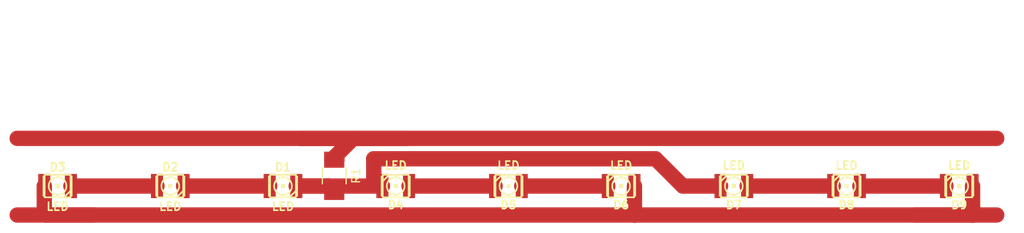
<source format=kicad_pcb>
(kicad_pcb (version 4) (host pcbnew 4.0.6)

  (general
    (links 11)
    (no_connects 0)
    (area 83.211999 77.300001 210.100001 105.764001)
    (thickness 1.6)
    (drawings 7)
    (tracks 32)
    (zones 0)
    (modules 10)
    (nets 10)
  )

  (page A4)
  (layers
    (0 F.Cu signal)
    (31 B.Cu signal)
    (32 B.Adhes user)
    (33 F.Adhes user)
    (34 B.Paste user)
    (35 F.Paste user)
    (36 B.SilkS user)
    (37 F.SilkS user)
    (38 B.Mask user)
    (39 F.Mask user)
    (40 Dwgs.User user)
    (41 Cmts.User user)
    (42 Eco1.User user)
    (43 Eco2.User user)
    (44 Edge.Cuts user)
    (45 Margin user)
    (46 B.CrtYd user)
    (47 F.CrtYd user)
    (48 B.Fab user)
    (49 F.Fab user)
  )

  (setup
    (last_trace_width 0.25)
    (user_trace_width 0.254)
    (user_trace_width 0.635)
    (user_trace_width 1.27)
    (user_trace_width 1.905)
    (user_trace_width 2.54)
    (trace_clearance 0.2)
    (zone_clearance 0.508)
    (zone_45_only no)
    (trace_min 0.2)
    (segment_width 0.2)
    (edge_width 0.15)
    (via_size 0.6)
    (via_drill 0.4)
    (via_min_size 0.4)
    (via_min_drill 0.3)
    (uvia_size 0.3)
    (uvia_drill 0.1)
    (uvias_allowed no)
    (uvia_min_size 0)
    (uvia_min_drill 0)
    (pcb_text_width 0.3)
    (pcb_text_size 1.5 1.5)
    (mod_edge_width 0.15)
    (mod_text_size 1 1)
    (mod_text_width 0.15)
    (pad_size 1.524 1.524)
    (pad_drill 0.762)
    (pad_to_mask_clearance 0.2)
    (aux_axis_origin 0 0)
    (visible_elements 7FFFFFFF)
    (pcbplotparams
      (layerselection 0x02000_00000001)
      (usegerberextensions false)
      (excludeedgelayer true)
      (linewidth 0.100000)
      (plotframeref false)
      (viasonmask false)
      (mode 1)
      (useauxorigin false)
      (hpglpennumber 1)
      (hpglpenspeed 20)
      (hpglpendiameter 15)
      (hpglpenoverlay 2)
      (psnegative false)
      (psa4output false)
      (plotreference true)
      (plotvalue true)
      (plotinvisibletext false)
      (padsonsilk false)
      (subtractmaskfromsilk false)
      (outputformat 1)
      (mirror false)
      (drillshape 0)
      (scaleselection 1)
      (outputdirectory ""))
  )

  (net 0 "")
  (net 1 "Net-(D1-Pad1)")
  (net 2 "Net-(D1-Pad2)")
  (net 3 "Net-(R1-Pad1)")
  (net 4 "Net-(D3-Pad1)")
  (net 5 "Net-(D4-Pad1)")
  (net 6 "Net-(D5-Pad1)")
  (net 7 "Net-(D7-Pad1)")
  (net 8 "Net-(D8-Pad1)")
  (net 9 "Net-(D2-Pad1)")

  (net_class Default "Questo è il gruppo di collegamenti predefinito"
    (clearance 0.2)
    (trace_width 0.25)
    (via_dia 0.6)
    (via_drill 0.4)
    (uvia_dia 0.3)
    (uvia_drill 0.1)
    (add_net "Net-(D1-Pad1)")
    (add_net "Net-(D1-Pad2)")
    (add_net "Net-(D2-Pad1)")
    (add_net "Net-(D3-Pad1)")
    (add_net "Net-(D4-Pad1)")
    (add_net "Net-(D5-Pad1)")
    (add_net "Net-(D7-Pad1)")
    (add_net "Net-(D8-Pad1)")
    (add_net "Net-(R1-Pad1)")
  )

  (net_class Pista ""
    (clearance 0.2)
    (trace_width 0.5)
    (via_dia 0.6)
    (via_drill 0.4)
    (uvia_dia 0.3)
    (uvia_drill 0.1)
  )

  (module Diodes_SMD:3528 (layer F.Cu) (tedit 5162D5D1) (tstamp 5A8DFA27)
    (at 118.29 99.905)
    (path /5A8DE2CD)
    (fp_text reference D1 (at 0 -2.35) (layer F.SilkS)
      (effects (font (size 1 1) (thickness 0.2)))
    )
    (fp_text value LED (at 0 2.55) (layer F.SilkS)
      (effects (font (size 1 1) (thickness 0.2)))
    )
    (fp_line (start -0.15 -0.15) (end -0.15 0.15) (layer F.SilkS) (width 0.2))
    (fp_line (start -0.15 0.15) (end 0.15 0.15) (layer F.SilkS) (width 0.2))
    (fp_line (start 0.15 0.15) (end 0.15 -0.15) (layer F.SilkS) (width 0.2))
    (fp_line (start 0.15 -0.15) (end -0.15 -0.15) (layer F.SilkS) (width 0.2))
    (fp_line (start 1.6 0.6) (end 0.8 1.4) (layer F.SilkS) (width 0.2))
    (fp_circle (center 0 0) (end 0 -1.1) (layer F.SilkS) (width 0.2))
    (fp_line (start 1.6 -1.2) (end 1.75 -1.2) (layer F.SilkS) (width 0.2))
    (fp_line (start 1.75 -1.2) (end 1.75 1.2) (layer F.SilkS) (width 0.2))
    (fp_line (start 1.75 1.2) (end 1.6 1.2) (layer F.SilkS) (width 0.2))
    (fp_line (start -1.6 -1.2) (end -1.75 -1.2) (layer F.SilkS) (width 0.2))
    (fp_line (start -1.75 -1.2) (end -1.75 1.2) (layer F.SilkS) (width 0.2))
    (fp_line (start -1.75 1.2) (end -1.6 1.2) (layer F.SilkS) (width 0.2))
    (fp_line (start -1.6 -1.4) (end 1.6 -1.4) (layer F.SilkS) (width 0.2))
    (fp_line (start 1.6 -1.4) (end 1.6 1.4) (layer F.SilkS) (width 0.2))
    (fp_line (start 1.6 1.4) (end -1.6 1.4) (layer F.SilkS) (width 0.2))
    (fp_line (start -1.6 1.4) (end -1.6 -1.4) (layer F.SilkS) (width 0.2))
    (pad 1 smd rect (at -1.65 0) (size 1.5 3) (layers F.Cu F.Paste F.Mask)
      (net 1 "Net-(D1-Pad1)"))
    (pad 2 smd rect (at 1.65 0) (size 1.5 3) (layers F.Cu F.Paste F.Mask)
      (net 2 "Net-(D1-Pad2)"))
  )

  (module Diodes_SMD:3528 (layer F.Cu) (tedit 5162D5D1) (tstamp 5A8DFA3D)
    (at 104.32 99.905)
    (path /5A8DCCDE)
    (fp_text reference D2 (at 0 -2.35) (layer F.SilkS)
      (effects (font (size 1 1) (thickness 0.2)))
    )
    (fp_text value LED (at 0 2.55) (layer F.SilkS)
      (effects (font (size 1 1) (thickness 0.2)))
    )
    (fp_line (start -0.15 -0.15) (end -0.15 0.15) (layer F.SilkS) (width 0.2))
    (fp_line (start -0.15 0.15) (end 0.15 0.15) (layer F.SilkS) (width 0.2))
    (fp_line (start 0.15 0.15) (end 0.15 -0.15) (layer F.SilkS) (width 0.2))
    (fp_line (start 0.15 -0.15) (end -0.15 -0.15) (layer F.SilkS) (width 0.2))
    (fp_line (start 1.6 0.6) (end 0.8 1.4) (layer F.SilkS) (width 0.2))
    (fp_circle (center 0 0) (end 0 -1.1) (layer F.SilkS) (width 0.2))
    (fp_line (start 1.6 -1.2) (end 1.75 -1.2) (layer F.SilkS) (width 0.2))
    (fp_line (start 1.75 -1.2) (end 1.75 1.2) (layer F.SilkS) (width 0.2))
    (fp_line (start 1.75 1.2) (end 1.6 1.2) (layer F.SilkS) (width 0.2))
    (fp_line (start -1.6 -1.2) (end -1.75 -1.2) (layer F.SilkS) (width 0.2))
    (fp_line (start -1.75 -1.2) (end -1.75 1.2) (layer F.SilkS) (width 0.2))
    (fp_line (start -1.75 1.2) (end -1.6 1.2) (layer F.SilkS) (width 0.2))
    (fp_line (start -1.6 -1.4) (end 1.6 -1.4) (layer F.SilkS) (width 0.2))
    (fp_line (start 1.6 -1.4) (end 1.6 1.4) (layer F.SilkS) (width 0.2))
    (fp_line (start 1.6 1.4) (end -1.6 1.4) (layer F.SilkS) (width 0.2))
    (fp_line (start -1.6 1.4) (end -1.6 -1.4) (layer F.SilkS) (width 0.2))
    (pad 1 smd rect (at -1.65 0) (size 1.5 3) (layers F.Cu F.Paste F.Mask)
      (net 9 "Net-(D2-Pad1)"))
    (pad 2 smd rect (at 1.65 0) (size 1.5 3) (layers F.Cu F.Paste F.Mask)
      (net 1 "Net-(D1-Pad1)"))
  )

  (module Diodes_SMD:3528 (layer F.Cu) (tedit 5162D5D1) (tstamp 5A8DFA53)
    (at 90.35 99.905)
    (path /5A8DE374)
    (fp_text reference D3 (at 0 -2.35) (layer F.SilkS)
      (effects (font (size 1 1) (thickness 0.2)))
    )
    (fp_text value LED (at 0 2.55) (layer F.SilkS)
      (effects (font (size 1 1) (thickness 0.2)))
    )
    (fp_line (start -0.15 -0.15) (end -0.15 0.15) (layer F.SilkS) (width 0.2))
    (fp_line (start -0.15 0.15) (end 0.15 0.15) (layer F.SilkS) (width 0.2))
    (fp_line (start 0.15 0.15) (end 0.15 -0.15) (layer F.SilkS) (width 0.2))
    (fp_line (start 0.15 -0.15) (end -0.15 -0.15) (layer F.SilkS) (width 0.2))
    (fp_line (start 1.6 0.6) (end 0.8 1.4) (layer F.SilkS) (width 0.2))
    (fp_circle (center 0 0) (end 0 -1.1) (layer F.SilkS) (width 0.2))
    (fp_line (start 1.6 -1.2) (end 1.75 -1.2) (layer F.SilkS) (width 0.2))
    (fp_line (start 1.75 -1.2) (end 1.75 1.2) (layer F.SilkS) (width 0.2))
    (fp_line (start 1.75 1.2) (end 1.6 1.2) (layer F.SilkS) (width 0.2))
    (fp_line (start -1.6 -1.2) (end -1.75 -1.2) (layer F.SilkS) (width 0.2))
    (fp_line (start -1.75 -1.2) (end -1.75 1.2) (layer F.SilkS) (width 0.2))
    (fp_line (start -1.75 1.2) (end -1.6 1.2) (layer F.SilkS) (width 0.2))
    (fp_line (start -1.6 -1.4) (end 1.6 -1.4) (layer F.SilkS) (width 0.2))
    (fp_line (start 1.6 -1.4) (end 1.6 1.4) (layer F.SilkS) (width 0.2))
    (fp_line (start 1.6 1.4) (end -1.6 1.4) (layer F.SilkS) (width 0.2))
    (fp_line (start -1.6 1.4) (end -1.6 -1.4) (layer F.SilkS) (width 0.2))
    (pad 1 smd rect (at -1.65 0) (size 1.5 3) (layers F.Cu F.Paste F.Mask)
      (net 4 "Net-(D3-Pad1)"))
    (pad 2 smd rect (at 1.65 0) (size 1.5 3) (layers F.Cu F.Paste F.Mask)
      (net 9 "Net-(D2-Pad1)"))
  )

  (module Diodes_SMD:3528 locked (layer F.Cu) (tedit 5162D5D1) (tstamp 5A8DFA69)
    (at 132.26 99.905 180)
    (path /5A8DE2F7)
    (fp_text reference D4 (at 0 -2.35 180) (layer F.SilkS)
      (effects (font (size 1 1) (thickness 0.2)))
    )
    (fp_text value LED (at 0 2.55 180) (layer F.SilkS)
      (effects (font (size 1 1) (thickness 0.2)))
    )
    (fp_line (start -0.15 -0.15) (end -0.15 0.15) (layer F.SilkS) (width 0.2))
    (fp_line (start -0.15 0.15) (end 0.15 0.15) (layer F.SilkS) (width 0.2))
    (fp_line (start 0.15 0.15) (end 0.15 -0.15) (layer F.SilkS) (width 0.2))
    (fp_line (start 0.15 -0.15) (end -0.15 -0.15) (layer F.SilkS) (width 0.2))
    (fp_line (start 1.6 0.6) (end 0.8 1.4) (layer F.SilkS) (width 0.2))
    (fp_circle (center 0 0) (end 0 -1.1) (layer F.SilkS) (width 0.2))
    (fp_line (start 1.6 -1.2) (end 1.75 -1.2) (layer F.SilkS) (width 0.2))
    (fp_line (start 1.75 -1.2) (end 1.75 1.2) (layer F.SilkS) (width 0.2))
    (fp_line (start 1.75 1.2) (end 1.6 1.2) (layer F.SilkS) (width 0.2))
    (fp_line (start -1.6 -1.2) (end -1.75 -1.2) (layer F.SilkS) (width 0.2))
    (fp_line (start -1.75 -1.2) (end -1.75 1.2) (layer F.SilkS) (width 0.2))
    (fp_line (start -1.75 1.2) (end -1.6 1.2) (layer F.SilkS) (width 0.2))
    (fp_line (start -1.6 -1.4) (end 1.6 -1.4) (layer F.SilkS) (width 0.2))
    (fp_line (start 1.6 -1.4) (end 1.6 1.4) (layer F.SilkS) (width 0.2))
    (fp_line (start 1.6 1.4) (end -1.6 1.4) (layer F.SilkS) (width 0.2))
    (fp_line (start -1.6 1.4) (end -1.6 -1.4) (layer F.SilkS) (width 0.2))
    (pad 1 smd rect (at -1.65 0 180) (size 1.5 3) (layers F.Cu F.Paste F.Mask)
      (net 5 "Net-(D4-Pad1)"))
    (pad 2 smd rect (at 1.65 0 180) (size 1.5 3) (layers F.Cu F.Paste F.Mask)
      (net 2 "Net-(D1-Pad2)"))
  )

  (module Diodes_SMD:3528 (layer F.Cu) (tedit 5162D5D1) (tstamp 5A8DFA7F)
    (at 146.23 99.905 180)
    (path /5A8DE0DB)
    (fp_text reference D5 (at 0 -2.35 180) (layer F.SilkS)
      (effects (font (size 1 1) (thickness 0.2)))
    )
    (fp_text value LED (at 0 2.55 180) (layer F.SilkS)
      (effects (font (size 1 1) (thickness 0.2)))
    )
    (fp_line (start -0.15 -0.15) (end -0.15 0.15) (layer F.SilkS) (width 0.2))
    (fp_line (start -0.15 0.15) (end 0.15 0.15) (layer F.SilkS) (width 0.2))
    (fp_line (start 0.15 0.15) (end 0.15 -0.15) (layer F.SilkS) (width 0.2))
    (fp_line (start 0.15 -0.15) (end -0.15 -0.15) (layer F.SilkS) (width 0.2))
    (fp_line (start 1.6 0.6) (end 0.8 1.4) (layer F.SilkS) (width 0.2))
    (fp_circle (center 0 0) (end 0 -1.1) (layer F.SilkS) (width 0.2))
    (fp_line (start 1.6 -1.2) (end 1.75 -1.2) (layer F.SilkS) (width 0.2))
    (fp_line (start 1.75 -1.2) (end 1.75 1.2) (layer F.SilkS) (width 0.2))
    (fp_line (start 1.75 1.2) (end 1.6 1.2) (layer F.SilkS) (width 0.2))
    (fp_line (start -1.6 -1.2) (end -1.75 -1.2) (layer F.SilkS) (width 0.2))
    (fp_line (start -1.75 -1.2) (end -1.75 1.2) (layer F.SilkS) (width 0.2))
    (fp_line (start -1.75 1.2) (end -1.6 1.2) (layer F.SilkS) (width 0.2))
    (fp_line (start -1.6 -1.4) (end 1.6 -1.4) (layer F.SilkS) (width 0.2))
    (fp_line (start 1.6 -1.4) (end 1.6 1.4) (layer F.SilkS) (width 0.2))
    (fp_line (start 1.6 1.4) (end -1.6 1.4) (layer F.SilkS) (width 0.2))
    (fp_line (start -1.6 1.4) (end -1.6 -1.4) (layer F.SilkS) (width 0.2))
    (pad 1 smd rect (at -1.65 0 180) (size 1.5 3) (layers F.Cu F.Paste F.Mask)
      (net 6 "Net-(D5-Pad1)"))
    (pad 2 smd rect (at 1.65 0 180) (size 1.5 3) (layers F.Cu F.Paste F.Mask)
      (net 5 "Net-(D4-Pad1)"))
  )

  (module Diodes_SMD:3528 (layer F.Cu) (tedit 5162D5D1) (tstamp 5A8DFA95)
    (at 160.2 99.905 180)
    (path /5A8DE11A)
    (fp_text reference D6 (at 0 -2.35 180) (layer F.SilkS)
      (effects (font (size 1 1) (thickness 0.2)))
    )
    (fp_text value LED (at 0 2.55 180) (layer F.SilkS)
      (effects (font (size 1 1) (thickness 0.2)))
    )
    (fp_line (start -0.15 -0.15) (end -0.15 0.15) (layer F.SilkS) (width 0.2))
    (fp_line (start -0.15 0.15) (end 0.15 0.15) (layer F.SilkS) (width 0.2))
    (fp_line (start 0.15 0.15) (end 0.15 -0.15) (layer F.SilkS) (width 0.2))
    (fp_line (start 0.15 -0.15) (end -0.15 -0.15) (layer F.SilkS) (width 0.2))
    (fp_line (start 1.6 0.6) (end 0.8 1.4) (layer F.SilkS) (width 0.2))
    (fp_circle (center 0 0) (end 0 -1.1) (layer F.SilkS) (width 0.2))
    (fp_line (start 1.6 -1.2) (end 1.75 -1.2) (layer F.SilkS) (width 0.2))
    (fp_line (start 1.75 -1.2) (end 1.75 1.2) (layer F.SilkS) (width 0.2))
    (fp_line (start 1.75 1.2) (end 1.6 1.2) (layer F.SilkS) (width 0.2))
    (fp_line (start -1.6 -1.2) (end -1.75 -1.2) (layer F.SilkS) (width 0.2))
    (fp_line (start -1.75 -1.2) (end -1.75 1.2) (layer F.SilkS) (width 0.2))
    (fp_line (start -1.75 1.2) (end -1.6 1.2) (layer F.SilkS) (width 0.2))
    (fp_line (start -1.6 -1.4) (end 1.6 -1.4) (layer F.SilkS) (width 0.2))
    (fp_line (start 1.6 -1.4) (end 1.6 1.4) (layer F.SilkS) (width 0.2))
    (fp_line (start 1.6 1.4) (end -1.6 1.4) (layer F.SilkS) (width 0.2))
    (fp_line (start -1.6 1.4) (end -1.6 -1.4) (layer F.SilkS) (width 0.2))
    (pad 1 smd rect (at -1.65 0 180) (size 1.5 3) (layers F.Cu F.Paste F.Mask)
      (net 4 "Net-(D3-Pad1)"))
    (pad 2 smd rect (at 1.65 0 180) (size 1.5 3) (layers F.Cu F.Paste F.Mask)
      (net 6 "Net-(D5-Pad1)"))
  )

  (module Diodes_SMD:3528 locked (layer F.Cu) (tedit 5162D5D1) (tstamp 5A8DFAAB)
    (at 174.17 99.905 180)
    (path /5A8DE33C)
    (fp_text reference D7 (at 0 -2.35 180) (layer F.SilkS)
      (effects (font (size 1 1) (thickness 0.2)))
    )
    (fp_text value LED (at 0 2.55 180) (layer F.SilkS)
      (effects (font (size 1 1) (thickness 0.2)))
    )
    (fp_line (start -0.15 -0.15) (end -0.15 0.15) (layer F.SilkS) (width 0.2))
    (fp_line (start -0.15 0.15) (end 0.15 0.15) (layer F.SilkS) (width 0.2))
    (fp_line (start 0.15 0.15) (end 0.15 -0.15) (layer F.SilkS) (width 0.2))
    (fp_line (start 0.15 -0.15) (end -0.15 -0.15) (layer F.SilkS) (width 0.2))
    (fp_line (start 1.6 0.6) (end 0.8 1.4) (layer F.SilkS) (width 0.2))
    (fp_circle (center 0 0) (end 0 -1.1) (layer F.SilkS) (width 0.2))
    (fp_line (start 1.6 -1.2) (end 1.75 -1.2) (layer F.SilkS) (width 0.2))
    (fp_line (start 1.75 -1.2) (end 1.75 1.2) (layer F.SilkS) (width 0.2))
    (fp_line (start 1.75 1.2) (end 1.6 1.2) (layer F.SilkS) (width 0.2))
    (fp_line (start -1.6 -1.2) (end -1.75 -1.2) (layer F.SilkS) (width 0.2))
    (fp_line (start -1.75 -1.2) (end -1.75 1.2) (layer F.SilkS) (width 0.2))
    (fp_line (start -1.75 1.2) (end -1.6 1.2) (layer F.SilkS) (width 0.2))
    (fp_line (start -1.6 -1.4) (end 1.6 -1.4) (layer F.SilkS) (width 0.2))
    (fp_line (start 1.6 -1.4) (end 1.6 1.4) (layer F.SilkS) (width 0.2))
    (fp_line (start 1.6 1.4) (end -1.6 1.4) (layer F.SilkS) (width 0.2))
    (fp_line (start -1.6 1.4) (end -1.6 -1.4) (layer F.SilkS) (width 0.2))
    (pad 1 smd rect (at -1.65 0 180) (size 1.5 3) (layers F.Cu F.Paste F.Mask)
      (net 7 "Net-(D7-Pad1)"))
    (pad 2 smd rect (at 1.65 0 180) (size 1.5 3) (layers F.Cu F.Paste F.Mask)
      (net 2 "Net-(D1-Pad2)"))
  )

  (module Diodes_SMD:3528 (layer F.Cu) (tedit 5162D5D1) (tstamp 5A8DFAC1)
    (at 188.14 99.905 180)
    (path /5A8DE0FA)
    (fp_text reference D8 (at 0 -2.35 180) (layer F.SilkS)
      (effects (font (size 1 1) (thickness 0.2)))
    )
    (fp_text value LED (at 0 2.55 180) (layer F.SilkS)
      (effects (font (size 1 1) (thickness 0.2)))
    )
    (fp_line (start -0.15 -0.15) (end -0.15 0.15) (layer F.SilkS) (width 0.2))
    (fp_line (start -0.15 0.15) (end 0.15 0.15) (layer F.SilkS) (width 0.2))
    (fp_line (start 0.15 0.15) (end 0.15 -0.15) (layer F.SilkS) (width 0.2))
    (fp_line (start 0.15 -0.15) (end -0.15 -0.15) (layer F.SilkS) (width 0.2))
    (fp_line (start 1.6 0.6) (end 0.8 1.4) (layer F.SilkS) (width 0.2))
    (fp_circle (center 0 0) (end 0 -1.1) (layer F.SilkS) (width 0.2))
    (fp_line (start 1.6 -1.2) (end 1.75 -1.2) (layer F.SilkS) (width 0.2))
    (fp_line (start 1.75 -1.2) (end 1.75 1.2) (layer F.SilkS) (width 0.2))
    (fp_line (start 1.75 1.2) (end 1.6 1.2) (layer F.SilkS) (width 0.2))
    (fp_line (start -1.6 -1.2) (end -1.75 -1.2) (layer F.SilkS) (width 0.2))
    (fp_line (start -1.75 -1.2) (end -1.75 1.2) (layer F.SilkS) (width 0.2))
    (fp_line (start -1.75 1.2) (end -1.6 1.2) (layer F.SilkS) (width 0.2))
    (fp_line (start -1.6 -1.4) (end 1.6 -1.4) (layer F.SilkS) (width 0.2))
    (fp_line (start 1.6 -1.4) (end 1.6 1.4) (layer F.SilkS) (width 0.2))
    (fp_line (start 1.6 1.4) (end -1.6 1.4) (layer F.SilkS) (width 0.2))
    (fp_line (start -1.6 1.4) (end -1.6 -1.4) (layer F.SilkS) (width 0.2))
    (pad 1 smd rect (at -1.65 0 180) (size 1.5 3) (layers F.Cu F.Paste F.Mask)
      (net 8 "Net-(D8-Pad1)"))
    (pad 2 smd rect (at 1.65 0 180) (size 1.5 3) (layers F.Cu F.Paste F.Mask)
      (net 7 "Net-(D7-Pad1)"))
  )

  (module Diodes_SMD:3528 (layer F.Cu) (tedit 5162D5D1) (tstamp 5A8DFAD7)
    (at 202.11 99.905 180)
    (path /5A8DE464)
    (fp_text reference D9 (at 0 -2.35 180) (layer F.SilkS)
      (effects (font (size 1 1) (thickness 0.2)))
    )
    (fp_text value LED (at 0 2.55 180) (layer F.SilkS)
      (effects (font (size 1 1) (thickness 0.2)))
    )
    (fp_line (start -0.15 -0.15) (end -0.15 0.15) (layer F.SilkS) (width 0.2))
    (fp_line (start -0.15 0.15) (end 0.15 0.15) (layer F.SilkS) (width 0.2))
    (fp_line (start 0.15 0.15) (end 0.15 -0.15) (layer F.SilkS) (width 0.2))
    (fp_line (start 0.15 -0.15) (end -0.15 -0.15) (layer F.SilkS) (width 0.2))
    (fp_line (start 1.6 0.6) (end 0.8 1.4) (layer F.SilkS) (width 0.2))
    (fp_circle (center 0 0) (end 0 -1.1) (layer F.SilkS) (width 0.2))
    (fp_line (start 1.6 -1.2) (end 1.75 -1.2) (layer F.SilkS) (width 0.2))
    (fp_line (start 1.75 -1.2) (end 1.75 1.2) (layer F.SilkS) (width 0.2))
    (fp_line (start 1.75 1.2) (end 1.6 1.2) (layer F.SilkS) (width 0.2))
    (fp_line (start -1.6 -1.2) (end -1.75 -1.2) (layer F.SilkS) (width 0.2))
    (fp_line (start -1.75 -1.2) (end -1.75 1.2) (layer F.SilkS) (width 0.2))
    (fp_line (start -1.75 1.2) (end -1.6 1.2) (layer F.SilkS) (width 0.2))
    (fp_line (start -1.6 -1.4) (end 1.6 -1.4) (layer F.SilkS) (width 0.2))
    (fp_line (start 1.6 -1.4) (end 1.6 1.4) (layer F.SilkS) (width 0.2))
    (fp_line (start 1.6 1.4) (end -1.6 1.4) (layer F.SilkS) (width 0.2))
    (fp_line (start -1.6 1.4) (end -1.6 -1.4) (layer F.SilkS) (width 0.2))
    (pad 1 smd rect (at -1.65 0 180) (size 1.5 3) (layers F.Cu F.Paste F.Mask)
      (net 4 "Net-(D3-Pad1)"))
    (pad 2 smd rect (at 1.65 0 180) (size 1.5 3) (layers F.Cu F.Paste F.Mask)
      (net 8 "Net-(D8-Pad1)"))
  )

  (module Resistors_SMD:R_1210_HandSoldering (layer F.Cu) (tedit 58307C8D) (tstamp 5A8DFAE7)
    (at 124.64 98.635 270)
    (descr "Resistor SMD 1210, hand soldering")
    (tags "resistor 1210")
    (path /5A8DCC68)
    (attr smd)
    (fp_text reference R1 (at 0 -2.7 270) (layer F.SilkS)
      (effects (font (size 1 1) (thickness 0.15)))
    )
    (fp_text value R (at 0 2.7 270) (layer F.Fab)
      (effects (font (size 1 1) (thickness 0.15)))
    )
    (fp_line (start -1.6 1.25) (end -1.6 -1.25) (layer F.Fab) (width 0.1))
    (fp_line (start 1.6 1.25) (end -1.6 1.25) (layer F.Fab) (width 0.1))
    (fp_line (start 1.6 -1.25) (end 1.6 1.25) (layer F.Fab) (width 0.1))
    (fp_line (start -1.6 -1.25) (end 1.6 -1.25) (layer F.Fab) (width 0.1))
    (fp_line (start -3.3 -1.6) (end 3.3 -1.6) (layer F.CrtYd) (width 0.05))
    (fp_line (start -3.3 1.6) (end 3.3 1.6) (layer F.CrtYd) (width 0.05))
    (fp_line (start -3.3 -1.6) (end -3.3 1.6) (layer F.CrtYd) (width 0.05))
    (fp_line (start 3.3 -1.6) (end 3.3 1.6) (layer F.CrtYd) (width 0.05))
    (fp_line (start 1 1.475) (end -1 1.475) (layer F.SilkS) (width 0.15))
    (fp_line (start -1 -1.475) (end 1 -1.475) (layer F.SilkS) (width 0.15))
    (pad 1 smd rect (at -2 0 270) (size 2 2.5) (layers F.Cu F.Paste F.Mask)
      (net 3 "Net-(R1-Pad1)"))
    (pad 2 smd rect (at 2 0 270) (size 2 2.5) (layers F.Cu F.Paste F.Mask)
      (net 2 "Net-(D1-Pad2)"))
    (model Resistors_SMD.3dshapes/R_1210_HandSoldering.wrl
      (at (xyz 0 0 0))
      (scale (xyz 1 1 1))
      (rotate (xyz 0 0 0))
    )
  )

  (dimension 125 (width 0.3) (layer B.Mask)
    (gr_text "4.9213 in" (at 147.5 78.650001) (layer B.Mask)
      (effects (font (size 1.5 1.5) (thickness 0.3)))
    )
    (feature1 (pts (xy 85 90) (xy 85 77.300001)))
    (feature2 (pts (xy 210 90) (xy 210 77.300001)))
    (crossbar (pts (xy 210 80.000001) (xy 85 80.000001)))
    (arrow1a (pts (xy 85 80.000001) (xy 86.126504 79.41358)))
    (arrow1b (pts (xy 85 80.000001) (xy 86.126504 80.586422)))
    (arrow2a (pts (xy 210 80.000001) (xy 208.873496 79.41358)))
    (arrow2b (pts (xy 210 80.000001) (xy 208.873496 80.586422)))
  )
  (gr_line (start 210 90) (end 210 85) (layer B.Mask) (width 0.2))
  (gr_line (start 85 90) (end 210 90) (layer B.Mask) (width 0.2))
  (gr_line (start 83.312 91.948) (end 208.28 91.948) (layer Margin) (width 0.2))
  (gr_line (start 83.312 105.664) (end 83.312 91.948) (angle 90) (layer Margin) (width 0.2))
  (gr_line (start 208.28 105.664) (end 83.312 105.664) (angle 90) (layer Margin) (width 0.2))
  (gr_line (start 208.28 91.948) (end 208.28 105.664) (angle 90) (layer Margin) (width 0.2))

  (segment (start 105.97 99.905) (end 116.64 99.905) (width 1.905) (layer F.Cu) (net 1))
  (segment (start 119.94 99.905) (end 123.91 99.905) (width 1.905) (layer F.Cu) (net 2))
  (segment (start 123.91 99.905) (end 124.64 100.635) (width 1.905) (layer F.Cu) (net 2) (tstamp 5A8F2749))
  (segment (start 130.61 99.905) (end 119.94 99.905) (width 1.905) (layer F.Cu) (net 2))
  (segment (start 129.54 96.52) (end 129.54 98.835) (width 1.905) (layer F.Cu) (net 2))
  (segment (start 167.85 99.905) (end 164.465 96.52) (width 1.905) (layer F.Cu) (net 2) (tstamp 5A8F2740))
  (segment (start 164.465 96.52) (end 129.54 96.52) (width 1.905) (layer F.Cu) (net 2) (tstamp 5A8F2741))
  (segment (start 172.52 99.905) (end 167.85 99.905) (width 1.905) (layer F.Cu) (net 2))
  (segment (start 129.54 98.835) (end 130.61 99.905) (width 1.905) (layer F.Cu) (net 2) (tstamp 5A8F2744))
  (segment (start 133.604 93.98) (end 85.344 93.98) (width 1.905) (layer F.Cu) (net 3))
  (segment (start 124.64 96.635) (end 124.98 96.635) (width 1.905) (layer F.Cu) (net 3))
  (segment (start 124.345 96.635) (end 127 93.98) (width 1.905) (layer F.Cu) (net 3) (tstamp 5A8F274C))
  (segment (start 120.396 93.98) (end 206.756 93.98) (width 1.905) (layer F.Cu) (net 3) (tstamp 5A8F274D))
  (segment (start 203.76 99.905) (end 203.76 103.505) (width 1.905) (layer F.Cu) (net 4))
  (segment (start 203.835 102.87) (end 203.835 103.505) (width 1.905) (layer F.Cu) (net 4) (tstamp 5A8F2737))
  (segment (start 203.835 103.43) (end 203.835 102.87) (width 1.905) (layer F.Cu) (net 4) (tstamp 5A8F2736))
  (segment (start 203.76 103.505) (end 203.835 103.43) (width 1.905) (layer F.Cu) (net 4) (tstamp 5A8F2735))
  (segment (start 161.85 99.905) (end 161.85 103.505) (width 1.905) (layer F.Cu) (net 4))
  (segment (start 161.925 102.87) (end 161.925 103.505) (width 1.905) (layer F.Cu) (net 4) (tstamp 5A8F2732))
  (segment (start 161.925 103.43) (end 161.925 102.87) (width 1.905) (layer F.Cu) (net 4) (tstamp 5A8F2731))
  (segment (start 161.85 103.505) (end 161.925 103.43) (width 1.905) (layer F.Cu) (net 4) (tstamp 5A8F2730))
  (segment (start 94.869 103.505) (end 85.344 103.505) (width 1.905) (layer F.Cu) (net 4))
  (segment (start 88.7 99.905) (end 88.7 103.305) (width 1.905) (layer F.Cu) (net 4))
  (segment (start 88.9 103.505) (end 161.925 103.505) (width 1.905) (layer F.Cu) (net 4) (tstamp 5A8F2722))
  (segment (start 161.925 103.505) (end 203.835 103.505) (width 1.905) (layer F.Cu) (net 4) (tstamp 5A8F2733))
  (segment (start 196.596 103.505) (end 206.756 103.505) (width 1.905) (layer F.Cu) (net 4) (tstamp 5A8F2738))
  (segment (start 88.7 103.305) (end 88.9 103.505) (width 1.905) (layer F.Cu) (net 4) (tstamp 5A8F2721))
  (segment (start 144.58 99.905) (end 133.91 99.905) (width 1.905) (layer F.Cu) (net 5))
  (segment (start 147.88 99.905) (end 158.55 99.905) (width 1.905) (layer F.Cu) (net 6))
  (segment (start 186.49 99.905) (end 175.82 99.905) (width 1.905) (layer F.Cu) (net 7))
  (segment (start 189.79 99.905) (end 200.46 99.905) (width 1.905) (layer F.Cu) (net 8))
  (segment (start 102.67 99.905) (end 92 99.905) (width 1.905) (layer F.Cu) (net 9))

)

</source>
